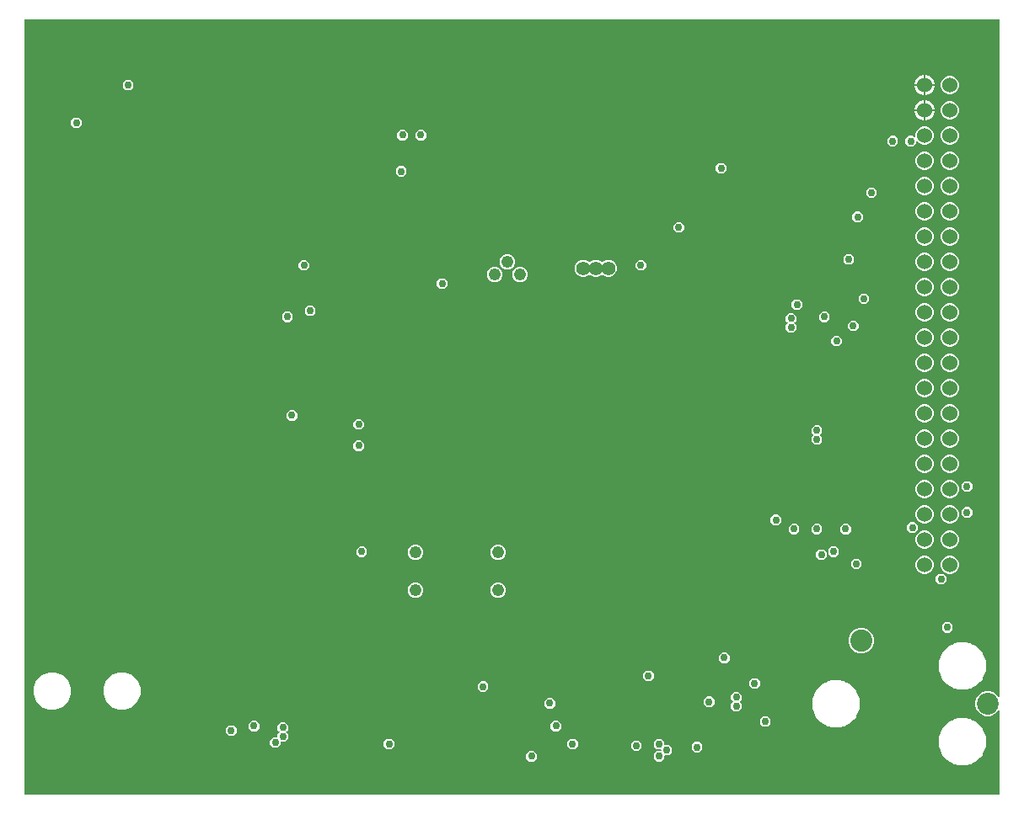
<source format=gbr>
G04 EAGLE Gerber RS-274X export*
G75*
%MOMM*%
%FSLAX34Y34*%
%LPD*%
%INCopper Layer 15*%
%IPPOS*%
%AMOC8*
5,1,8,0,0,1.08239X$1,22.5*%
G01*
G04 Define Apertures*
%ADD10C,1.238000*%
%ADD11C,2.190000*%
%ADD12C,2.220000*%
%ADD13C,1.388000*%
%ADD14C,1.529984*%
%ADD15C,0.756400*%
G36*
X989375Y10220D02*
X989625Y10392D01*
X989789Y10647D01*
X989840Y10922D01*
X989840Y94059D01*
X989780Y94357D01*
X989608Y94607D01*
X989353Y94770D01*
X989054Y94821D01*
X988759Y94751D01*
X988539Y94598D01*
X984966Y91025D01*
X980381Y89126D01*
X975419Y89126D01*
X970834Y91025D01*
X967325Y94534D01*
X965426Y99119D01*
X965426Y104081D01*
X967325Y108666D01*
X970834Y112175D01*
X975419Y114074D01*
X980381Y114074D01*
X984966Y112175D01*
X988539Y108602D01*
X988792Y108434D01*
X989090Y108379D01*
X989386Y108444D01*
X989634Y108619D01*
X989793Y108877D01*
X989840Y109141D01*
X989840Y789078D01*
X989780Y789375D01*
X989608Y789625D01*
X989353Y789789D01*
X989078Y789840D01*
X10922Y789840D01*
X10625Y789780D01*
X10375Y789608D01*
X10211Y789353D01*
X10160Y789078D01*
X10160Y10922D01*
X10220Y10625D01*
X10392Y10375D01*
X10647Y10211D01*
X10922Y10160D01*
X989078Y10160D01*
X989375Y10220D01*
G37*
%LPC*%
G36*
X904210Y724662D02*
X904210Y725927D01*
X905761Y729672D01*
X908628Y732539D01*
X912373Y734090D01*
X913638Y734090D01*
X913638Y724662D01*
X904210Y724662D01*
G37*
G36*
X915162Y724662D02*
X915162Y734090D01*
X916427Y734090D01*
X920172Y732539D01*
X923039Y729672D01*
X924590Y725927D01*
X924590Y724662D01*
X915162Y724662D01*
G37*
G36*
X937975Y714726D02*
X934603Y716123D01*
X932023Y718703D01*
X930626Y722075D01*
X930626Y725725D01*
X932023Y729097D01*
X934603Y731677D01*
X937975Y733074D01*
X941625Y733074D01*
X944997Y731677D01*
X947577Y729097D01*
X948974Y725725D01*
X948974Y722075D01*
X947577Y718703D01*
X944997Y716123D01*
X941625Y714726D01*
X937975Y714726D01*
G37*
G36*
X112102Y718594D02*
X108994Y721702D01*
X108994Y726098D01*
X112102Y729206D01*
X116498Y729206D01*
X119606Y726098D01*
X119606Y721702D01*
X116498Y718594D01*
X112102Y718594D01*
G37*
G36*
X915162Y713710D02*
X915162Y723138D01*
X924590Y723138D01*
X924590Y721873D01*
X923039Y718128D01*
X920172Y715261D01*
X916427Y713710D01*
X915162Y713710D01*
G37*
G36*
X912373Y713710D02*
X908628Y715261D01*
X905761Y718128D01*
X904210Y721873D01*
X904210Y723138D01*
X913638Y723138D01*
X913638Y713710D01*
X912373Y713710D01*
G37*
G36*
X904210Y699262D02*
X904210Y700527D01*
X905761Y704272D01*
X908628Y707139D01*
X912373Y708690D01*
X913638Y708690D01*
X913638Y699262D01*
X904210Y699262D01*
G37*
G36*
X915162Y699262D02*
X915162Y708690D01*
X916427Y708690D01*
X920172Y707139D01*
X923039Y704272D01*
X924590Y700527D01*
X924590Y699262D01*
X915162Y699262D01*
G37*
G36*
X937975Y689326D02*
X934603Y690723D01*
X932023Y693303D01*
X930626Y696675D01*
X930626Y700325D01*
X932023Y703697D01*
X934603Y706277D01*
X937975Y707674D01*
X941625Y707674D01*
X944997Y706277D01*
X947577Y703697D01*
X948974Y700325D01*
X948974Y696675D01*
X947577Y693303D01*
X944997Y690723D01*
X941625Y689326D01*
X937975Y689326D01*
G37*
G36*
X915162Y688310D02*
X915162Y697738D01*
X924590Y697738D01*
X924590Y696473D01*
X923039Y692728D01*
X920172Y689861D01*
X916427Y688310D01*
X915162Y688310D01*
G37*
G36*
X912373Y688310D02*
X908628Y689861D01*
X905761Y692728D01*
X904210Y696473D01*
X904210Y697738D01*
X913638Y697738D01*
X913638Y688310D01*
X912373Y688310D01*
G37*
G36*
X60286Y680494D02*
X57178Y683602D01*
X57178Y687998D01*
X60286Y691106D01*
X64682Y691106D01*
X67790Y687998D01*
X67790Y683602D01*
X64682Y680494D01*
X60286Y680494D01*
G37*
G36*
X937975Y663926D02*
X934603Y665323D01*
X932023Y667903D01*
X930626Y671275D01*
X930626Y674925D01*
X932023Y678297D01*
X934603Y680877D01*
X937975Y682274D01*
X941625Y682274D01*
X944997Y680877D01*
X947577Y678297D01*
X948974Y674925D01*
X948974Y671275D01*
X947577Y667903D01*
X944997Y665323D01*
X941625Y663926D01*
X937975Y663926D01*
G37*
G36*
X898486Y662206D02*
X895378Y665314D01*
X895378Y669710D01*
X898486Y672818D01*
X902882Y672818D01*
X903925Y671775D01*
X904178Y671607D01*
X904476Y671551D01*
X904772Y671617D01*
X905020Y671792D01*
X905179Y672050D01*
X905226Y672313D01*
X905226Y674925D01*
X906623Y678297D01*
X909203Y680877D01*
X912575Y682274D01*
X916225Y682274D01*
X919597Y680877D01*
X922177Y678297D01*
X923574Y674925D01*
X923574Y671275D01*
X922177Y667903D01*
X919597Y665323D01*
X916225Y663926D01*
X912575Y663926D01*
X909203Y665323D01*
X907291Y667235D01*
X907038Y667403D01*
X906740Y667458D01*
X906444Y667393D01*
X906196Y667218D01*
X906037Y666960D01*
X905990Y666696D01*
X905990Y665314D01*
X902882Y662206D01*
X898486Y662206D01*
G37*
G36*
X406234Y668302D02*
X403126Y671410D01*
X403126Y675806D01*
X406234Y678914D01*
X410630Y678914D01*
X413738Y675806D01*
X413738Y671410D01*
X410630Y668302D01*
X406234Y668302D01*
G37*
G36*
X387946Y668302D02*
X384838Y671410D01*
X384838Y675806D01*
X387946Y678914D01*
X392342Y678914D01*
X395450Y675806D01*
X395450Y671410D01*
X392342Y668302D01*
X387946Y668302D01*
G37*
G36*
X880198Y662206D02*
X877090Y665314D01*
X877090Y669710D01*
X880198Y672818D01*
X884594Y672818D01*
X887702Y669710D01*
X887702Y665314D01*
X884594Y662206D01*
X880198Y662206D01*
G37*
G36*
X937975Y638526D02*
X934603Y639923D01*
X932023Y642503D01*
X930626Y645875D01*
X930626Y649525D01*
X932023Y652897D01*
X934603Y655477D01*
X937975Y656874D01*
X941625Y656874D01*
X944997Y655477D01*
X947577Y652897D01*
X948974Y649525D01*
X948974Y645875D01*
X947577Y642503D01*
X944997Y639923D01*
X941625Y638526D01*
X937975Y638526D01*
G37*
G36*
X912575Y638526D02*
X909203Y639923D01*
X906623Y642503D01*
X905226Y645875D01*
X905226Y649525D01*
X906623Y652897D01*
X909203Y655477D01*
X912575Y656874D01*
X916225Y656874D01*
X919597Y655477D01*
X922177Y652897D01*
X923574Y649525D01*
X923574Y645875D01*
X922177Y642503D01*
X919597Y639923D01*
X916225Y638526D01*
X912575Y638526D01*
G37*
G36*
X707986Y634774D02*
X704878Y637882D01*
X704878Y642278D01*
X707986Y645386D01*
X712382Y645386D01*
X715490Y642278D01*
X715490Y637882D01*
X712382Y634774D01*
X707986Y634774D01*
G37*
G36*
X386422Y631726D02*
X383314Y634834D01*
X383314Y639230D01*
X386422Y642338D01*
X390818Y642338D01*
X393926Y639230D01*
X393926Y634834D01*
X390818Y631726D01*
X386422Y631726D01*
G37*
G36*
X912575Y613126D02*
X909203Y614523D01*
X906623Y617103D01*
X905226Y620475D01*
X905226Y624125D01*
X906623Y627497D01*
X909203Y630077D01*
X912575Y631474D01*
X916225Y631474D01*
X919597Y630077D01*
X922177Y627497D01*
X923574Y624125D01*
X923574Y620475D01*
X922177Y617103D01*
X919597Y614523D01*
X916225Y613126D01*
X912575Y613126D01*
G37*
G36*
X937975Y613126D02*
X934603Y614523D01*
X932023Y617103D01*
X930626Y620475D01*
X930626Y624125D01*
X932023Y627497D01*
X934603Y630077D01*
X937975Y631474D01*
X941625Y631474D01*
X944997Y630077D01*
X947577Y627497D01*
X948974Y624125D01*
X948974Y620475D01*
X947577Y617103D01*
X944997Y614523D01*
X941625Y613126D01*
X937975Y613126D01*
G37*
G36*
X858862Y610390D02*
X855754Y613498D01*
X855754Y617894D01*
X858862Y621002D01*
X863258Y621002D01*
X866366Y617894D01*
X866366Y613498D01*
X863258Y610390D01*
X858862Y610390D01*
G37*
G36*
X912575Y587726D02*
X909203Y589123D01*
X906623Y591703D01*
X905226Y595075D01*
X905226Y598725D01*
X906623Y602097D01*
X909203Y604677D01*
X912575Y606074D01*
X916225Y606074D01*
X919597Y604677D01*
X922177Y602097D01*
X923574Y598725D01*
X923574Y595075D01*
X922177Y591703D01*
X919597Y589123D01*
X916225Y587726D01*
X912575Y587726D01*
G37*
G36*
X937975Y587726D02*
X934603Y589123D01*
X932023Y591703D01*
X930626Y595075D01*
X930626Y598725D01*
X932023Y602097D01*
X934603Y604677D01*
X937975Y606074D01*
X941625Y606074D01*
X944997Y604677D01*
X947577Y602097D01*
X948974Y598725D01*
X948974Y595075D01*
X947577Y591703D01*
X944997Y589123D01*
X941625Y587726D01*
X937975Y587726D01*
G37*
G36*
X845146Y586006D02*
X842038Y589114D01*
X842038Y593510D01*
X845146Y596618D01*
X849542Y596618D01*
X852650Y593510D01*
X852650Y589114D01*
X849542Y586006D01*
X845146Y586006D01*
G37*
G36*
X665314Y575338D02*
X662206Y578446D01*
X662206Y582842D01*
X665314Y585950D01*
X669710Y585950D01*
X672818Y582842D01*
X672818Y578446D01*
X669710Y575338D01*
X665314Y575338D01*
G37*
G36*
X937975Y562326D02*
X934603Y563723D01*
X932023Y566303D01*
X930626Y569675D01*
X930626Y573325D01*
X932023Y576697D01*
X934603Y579277D01*
X937975Y580674D01*
X941625Y580674D01*
X944997Y579277D01*
X947577Y576697D01*
X948974Y573325D01*
X948974Y569675D01*
X947577Y566303D01*
X944997Y563723D01*
X941625Y562326D01*
X937975Y562326D01*
G37*
G36*
X912575Y562326D02*
X909203Y563723D01*
X906623Y566303D01*
X905226Y569675D01*
X905226Y573325D01*
X906623Y576697D01*
X909203Y579277D01*
X912575Y580674D01*
X916225Y580674D01*
X919597Y579277D01*
X922177Y576697D01*
X923574Y573325D01*
X923574Y569675D01*
X922177Y566303D01*
X919597Y563723D01*
X916225Y562326D01*
X912575Y562326D01*
G37*
G36*
X937975Y536926D02*
X934603Y538323D01*
X932023Y540903D01*
X930626Y544275D01*
X930626Y547925D01*
X932023Y551297D01*
X934603Y553877D01*
X937975Y555274D01*
X941625Y555274D01*
X944997Y553877D01*
X947577Y551297D01*
X948974Y547925D01*
X948974Y544275D01*
X947577Y540903D01*
X944997Y538323D01*
X941625Y536926D01*
X937975Y536926D01*
G37*
G36*
X912575Y536926D02*
X909203Y538323D01*
X906623Y540903D01*
X905226Y544275D01*
X905226Y547925D01*
X906623Y551297D01*
X909203Y553877D01*
X912575Y555274D01*
X916225Y555274D01*
X919597Y553877D01*
X922177Y551297D01*
X923574Y547925D01*
X923574Y544275D01*
X922177Y540903D01*
X919597Y538323D01*
X916225Y536926D01*
X912575Y536926D01*
G37*
G36*
X836002Y543334D02*
X832894Y546442D01*
X832894Y550838D01*
X836002Y553946D01*
X840398Y553946D01*
X843506Y550838D01*
X843506Y546442D01*
X840398Y543334D01*
X836002Y543334D01*
G37*
G36*
X493766Y538386D02*
X490930Y539560D01*
X488760Y541730D01*
X487586Y544566D01*
X487586Y547634D01*
X488760Y550470D01*
X490930Y552640D01*
X493766Y553814D01*
X496834Y553814D01*
X499670Y552640D01*
X501840Y550470D01*
X503014Y547634D01*
X503014Y544566D01*
X501840Y541730D01*
X499670Y539560D01*
X496834Y538386D01*
X493766Y538386D01*
G37*
G36*
X569816Y531236D02*
X566706Y532525D01*
X564325Y534906D01*
X563036Y538016D01*
X563036Y541384D01*
X564325Y544494D01*
X566706Y546875D01*
X569816Y548164D01*
X573184Y548164D01*
X576294Y546875D01*
X577311Y545859D01*
X577564Y545691D01*
X577862Y545636D01*
X578158Y545701D01*
X578389Y545859D01*
X579406Y546875D01*
X582516Y548164D01*
X585884Y548164D01*
X588994Y546875D01*
X590011Y545859D01*
X590264Y545691D01*
X590562Y545636D01*
X590858Y545701D01*
X591089Y545859D01*
X592106Y546875D01*
X595216Y548164D01*
X598584Y548164D01*
X601694Y546875D01*
X604075Y544494D01*
X605364Y541384D01*
X605364Y538016D01*
X604075Y534906D01*
X601694Y532525D01*
X598584Y531236D01*
X595216Y531236D01*
X592106Y532525D01*
X591089Y533541D01*
X590836Y533709D01*
X590538Y533764D01*
X590242Y533699D01*
X590011Y533541D01*
X588994Y532525D01*
X585884Y531236D01*
X582516Y531236D01*
X579406Y532525D01*
X578389Y533541D01*
X578136Y533709D01*
X577838Y533764D01*
X577542Y533699D01*
X577311Y533541D01*
X576294Y532525D01*
X573184Y531236D01*
X569816Y531236D01*
G37*
G36*
X627214Y537238D02*
X624106Y540346D01*
X624106Y544742D01*
X627214Y547850D01*
X631610Y547850D01*
X634718Y544742D01*
X634718Y540346D01*
X631610Y537238D01*
X627214Y537238D01*
G37*
G36*
X288886Y537238D02*
X285778Y540346D01*
X285778Y544742D01*
X288886Y547850D01*
X293282Y547850D01*
X296390Y544742D01*
X296390Y540346D01*
X293282Y537238D01*
X288886Y537238D01*
G37*
G36*
X506466Y525686D02*
X503630Y526860D01*
X501460Y529030D01*
X500286Y531866D01*
X500286Y534934D01*
X501460Y537770D01*
X503630Y539940D01*
X506466Y541114D01*
X509534Y541114D01*
X512370Y539940D01*
X514540Y537770D01*
X515714Y534934D01*
X515714Y531866D01*
X514540Y529030D01*
X512370Y526860D01*
X509534Y525686D01*
X506466Y525686D01*
G37*
G36*
X481066Y525686D02*
X478230Y526860D01*
X476060Y529030D01*
X474886Y531866D01*
X474886Y534934D01*
X476060Y537770D01*
X478230Y539940D01*
X481066Y541114D01*
X484134Y541114D01*
X486970Y539940D01*
X489140Y537770D01*
X490314Y534934D01*
X490314Y531866D01*
X489140Y529030D01*
X486970Y526860D01*
X484134Y525686D01*
X481066Y525686D01*
G37*
G36*
X937975Y511526D02*
X934603Y512923D01*
X932023Y515503D01*
X930626Y518875D01*
X930626Y522525D01*
X932023Y525897D01*
X934603Y528477D01*
X937975Y529874D01*
X941625Y529874D01*
X944997Y528477D01*
X947577Y525897D01*
X948974Y522525D01*
X948974Y518875D01*
X947577Y515503D01*
X944997Y512923D01*
X941625Y511526D01*
X937975Y511526D01*
G37*
G36*
X912575Y511526D02*
X909203Y512923D01*
X906623Y515503D01*
X905226Y518875D01*
X905226Y522525D01*
X906623Y525897D01*
X909203Y528477D01*
X912575Y529874D01*
X916225Y529874D01*
X919597Y528477D01*
X922177Y525897D01*
X923574Y522525D01*
X923574Y518875D01*
X922177Y515503D01*
X919597Y512923D01*
X916225Y511526D01*
X912575Y511526D01*
G37*
G36*
X427570Y518950D02*
X424462Y522058D01*
X424462Y526454D01*
X427570Y529562D01*
X431966Y529562D01*
X435074Y526454D01*
X435074Y522058D01*
X431966Y518950D01*
X427570Y518950D01*
G37*
G36*
X851242Y503710D02*
X848134Y506818D01*
X848134Y511214D01*
X851242Y514322D01*
X855638Y514322D01*
X858746Y511214D01*
X858746Y506818D01*
X855638Y503710D01*
X851242Y503710D01*
G37*
G36*
X784186Y497614D02*
X781078Y500722D01*
X781078Y505118D01*
X784186Y508226D01*
X788582Y508226D01*
X791690Y505118D01*
X791690Y500722D01*
X788582Y497614D01*
X784186Y497614D01*
G37*
G36*
X912575Y486126D02*
X909203Y487523D01*
X906623Y490103D01*
X905226Y493475D01*
X905226Y497125D01*
X906623Y500497D01*
X909203Y503077D01*
X912575Y504474D01*
X916225Y504474D01*
X919597Y503077D01*
X922177Y500497D01*
X923574Y497125D01*
X923574Y493475D01*
X922177Y490103D01*
X919597Y487523D01*
X916225Y486126D01*
X912575Y486126D01*
G37*
G36*
X937975Y486126D02*
X934603Y487523D01*
X932023Y490103D01*
X930626Y493475D01*
X930626Y497125D01*
X932023Y500497D01*
X934603Y503077D01*
X937975Y504474D01*
X941625Y504474D01*
X944997Y503077D01*
X947577Y500497D01*
X948974Y497125D01*
X948974Y493475D01*
X947577Y490103D01*
X944997Y487523D01*
X941625Y486126D01*
X937975Y486126D01*
G37*
G36*
X294982Y491518D02*
X291874Y494626D01*
X291874Y499022D01*
X294982Y502130D01*
X299378Y502130D01*
X302486Y499022D01*
X302486Y494626D01*
X299378Y491518D01*
X294982Y491518D01*
G37*
G36*
X811618Y485422D02*
X808510Y488530D01*
X808510Y492926D01*
X811618Y496034D01*
X816014Y496034D01*
X819122Y492926D01*
X819122Y488530D01*
X816014Y485422D01*
X811618Y485422D01*
G37*
G36*
X272122Y485422D02*
X269014Y488530D01*
X269014Y492926D01*
X272122Y496034D01*
X276518Y496034D01*
X279626Y492926D01*
X279626Y488530D01*
X276518Y485422D01*
X272122Y485422D01*
G37*
G36*
X778090Y474754D02*
X774982Y477862D01*
X774982Y482258D01*
X776817Y484093D01*
X776985Y484346D01*
X777040Y484644D01*
X776975Y484940D01*
X776817Y485171D01*
X774982Y487006D01*
X774982Y491402D01*
X778090Y494510D01*
X782486Y494510D01*
X785594Y491402D01*
X785594Y487006D01*
X783759Y485171D01*
X783591Y484918D01*
X783536Y484620D01*
X783601Y484324D01*
X783759Y484093D01*
X785594Y482258D01*
X785594Y477862D01*
X782486Y474754D01*
X778090Y474754D01*
G37*
G36*
X840574Y476278D02*
X837466Y479386D01*
X837466Y483782D01*
X840574Y486890D01*
X844970Y486890D01*
X848078Y483782D01*
X848078Y479386D01*
X844970Y476278D01*
X840574Y476278D01*
G37*
G36*
X912575Y460726D02*
X909203Y462123D01*
X906623Y464703D01*
X905226Y468075D01*
X905226Y471725D01*
X906623Y475097D01*
X909203Y477677D01*
X912575Y479074D01*
X916225Y479074D01*
X919597Y477677D01*
X922177Y475097D01*
X923574Y471725D01*
X923574Y468075D01*
X922177Y464703D01*
X919597Y462123D01*
X916225Y460726D01*
X912575Y460726D01*
G37*
G36*
X937975Y460726D02*
X934603Y462123D01*
X932023Y464703D01*
X930626Y468075D01*
X930626Y471725D01*
X932023Y475097D01*
X934603Y477677D01*
X937975Y479074D01*
X941625Y479074D01*
X944997Y477677D01*
X947577Y475097D01*
X948974Y471725D01*
X948974Y468075D01*
X947577Y464703D01*
X944997Y462123D01*
X941625Y460726D01*
X937975Y460726D01*
G37*
G36*
X823810Y461038D02*
X820702Y464146D01*
X820702Y468542D01*
X823810Y471650D01*
X828206Y471650D01*
X831314Y468542D01*
X831314Y464146D01*
X828206Y461038D01*
X823810Y461038D01*
G37*
G36*
X937975Y435326D02*
X934603Y436723D01*
X932023Y439303D01*
X930626Y442675D01*
X930626Y446325D01*
X932023Y449697D01*
X934603Y452277D01*
X937975Y453674D01*
X941625Y453674D01*
X944997Y452277D01*
X947577Y449697D01*
X948974Y446325D01*
X948974Y442675D01*
X947577Y439303D01*
X944997Y436723D01*
X941625Y435326D01*
X937975Y435326D01*
G37*
G36*
X912575Y435326D02*
X909203Y436723D01*
X906623Y439303D01*
X905226Y442675D01*
X905226Y446325D01*
X906623Y449697D01*
X909203Y452277D01*
X912575Y453674D01*
X916225Y453674D01*
X919597Y452277D01*
X922177Y449697D01*
X923574Y446325D01*
X923574Y442675D01*
X922177Y439303D01*
X919597Y436723D01*
X916225Y435326D01*
X912575Y435326D01*
G37*
G36*
X937975Y409926D02*
X934603Y411323D01*
X932023Y413903D01*
X930626Y417275D01*
X930626Y420925D01*
X932023Y424297D01*
X934603Y426877D01*
X937975Y428274D01*
X941625Y428274D01*
X944997Y426877D01*
X947577Y424297D01*
X948974Y420925D01*
X948974Y417275D01*
X947577Y413903D01*
X944997Y411323D01*
X941625Y409926D01*
X937975Y409926D01*
G37*
G36*
X912575Y409926D02*
X909203Y411323D01*
X906623Y413903D01*
X905226Y417275D01*
X905226Y420925D01*
X906623Y424297D01*
X909203Y426877D01*
X912575Y428274D01*
X916225Y428274D01*
X919597Y426877D01*
X922177Y424297D01*
X923574Y420925D01*
X923574Y417275D01*
X922177Y413903D01*
X919597Y411323D01*
X916225Y409926D01*
X912575Y409926D01*
G37*
G36*
X937975Y384526D02*
X934603Y385923D01*
X932023Y388503D01*
X930626Y391875D01*
X930626Y395525D01*
X932023Y398897D01*
X934603Y401477D01*
X937975Y402874D01*
X941625Y402874D01*
X944997Y401477D01*
X947577Y398897D01*
X948974Y395525D01*
X948974Y391875D01*
X947577Y388503D01*
X944997Y385923D01*
X941625Y384526D01*
X937975Y384526D01*
G37*
G36*
X912575Y384526D02*
X909203Y385923D01*
X906623Y388503D01*
X905226Y391875D01*
X905226Y395525D01*
X906623Y398897D01*
X909203Y401477D01*
X912575Y402874D01*
X916225Y402874D01*
X919597Y401477D01*
X922177Y398897D01*
X923574Y395525D01*
X923574Y391875D01*
X922177Y388503D01*
X919597Y385923D01*
X916225Y384526D01*
X912575Y384526D01*
G37*
G36*
X276694Y386362D02*
X273586Y389470D01*
X273586Y393866D01*
X276694Y396974D01*
X281090Y396974D01*
X284198Y393866D01*
X284198Y389470D01*
X281090Y386362D01*
X276694Y386362D01*
G37*
G36*
X343750Y377218D02*
X340642Y380326D01*
X340642Y384722D01*
X343750Y387830D01*
X348146Y387830D01*
X351254Y384722D01*
X351254Y380326D01*
X348146Y377218D01*
X343750Y377218D01*
G37*
G36*
X803998Y361978D02*
X800890Y365086D01*
X800890Y369482D01*
X802725Y371317D01*
X802893Y371570D01*
X802948Y371868D01*
X802883Y372164D01*
X802725Y372395D01*
X800890Y374230D01*
X800890Y378626D01*
X803998Y381734D01*
X808394Y381734D01*
X811502Y378626D01*
X811502Y374230D01*
X809667Y372395D01*
X809499Y372142D01*
X809444Y371844D01*
X809509Y371548D01*
X809667Y371317D01*
X811502Y369482D01*
X811502Y365086D01*
X808394Y361978D01*
X803998Y361978D01*
G37*
G36*
X937975Y359126D02*
X934603Y360523D01*
X932023Y363103D01*
X930626Y366475D01*
X930626Y370125D01*
X932023Y373497D01*
X934603Y376077D01*
X937975Y377474D01*
X941625Y377474D01*
X944997Y376077D01*
X947577Y373497D01*
X948974Y370125D01*
X948974Y366475D01*
X947577Y363103D01*
X944997Y360523D01*
X941625Y359126D01*
X937975Y359126D01*
G37*
G36*
X912575Y359126D02*
X909203Y360523D01*
X906623Y363103D01*
X905226Y366475D01*
X905226Y370125D01*
X906623Y373497D01*
X909203Y376077D01*
X912575Y377474D01*
X916225Y377474D01*
X919597Y376077D01*
X922177Y373497D01*
X923574Y370125D01*
X923574Y366475D01*
X922177Y363103D01*
X919597Y360523D01*
X916225Y359126D01*
X912575Y359126D01*
G37*
G36*
X343750Y355882D02*
X340642Y358990D01*
X340642Y363386D01*
X343750Y366494D01*
X348146Y366494D01*
X351254Y363386D01*
X351254Y358990D01*
X348146Y355882D01*
X343750Y355882D01*
G37*
G36*
X937975Y333726D02*
X934603Y335123D01*
X932023Y337703D01*
X930626Y341075D01*
X930626Y344725D01*
X932023Y348097D01*
X934603Y350677D01*
X937975Y352074D01*
X941625Y352074D01*
X944997Y350677D01*
X947577Y348097D01*
X948974Y344725D01*
X948974Y341075D01*
X947577Y337703D01*
X944997Y335123D01*
X941625Y333726D01*
X937975Y333726D01*
G37*
G36*
X912575Y333726D02*
X909203Y335123D01*
X906623Y337703D01*
X905226Y341075D01*
X905226Y344725D01*
X906623Y348097D01*
X909203Y350677D01*
X912575Y352074D01*
X916225Y352074D01*
X919597Y350677D01*
X922177Y348097D01*
X923574Y344725D01*
X923574Y341075D01*
X922177Y337703D01*
X919597Y335123D01*
X916225Y333726D01*
X912575Y333726D01*
G37*
G36*
X937975Y308326D02*
X934603Y309723D01*
X932023Y312303D01*
X930626Y315675D01*
X930626Y319325D01*
X932023Y322697D01*
X934603Y325277D01*
X937975Y326674D01*
X941625Y326674D01*
X944997Y325277D01*
X947577Y322697D01*
X948974Y319325D01*
X948974Y315675D01*
X947577Y312303D01*
X944997Y309723D01*
X941625Y308326D01*
X937975Y308326D01*
G37*
G36*
X912575Y308326D02*
X909203Y309723D01*
X906623Y312303D01*
X905226Y315675D01*
X905226Y319325D01*
X906623Y322697D01*
X909203Y325277D01*
X912575Y326674D01*
X916225Y326674D01*
X919597Y325277D01*
X922177Y322697D01*
X923574Y319325D01*
X923574Y315675D01*
X922177Y312303D01*
X919597Y309723D01*
X916225Y308326D01*
X912575Y308326D01*
G37*
G36*
X954874Y314734D02*
X951766Y317842D01*
X951766Y322238D01*
X954874Y325346D01*
X959270Y325346D01*
X962378Y322238D01*
X962378Y317842D01*
X959270Y314734D01*
X954874Y314734D01*
G37*
G36*
X937975Y282926D02*
X934603Y284323D01*
X932023Y286903D01*
X930626Y290275D01*
X930626Y293925D01*
X932023Y297297D01*
X934603Y299877D01*
X937975Y301274D01*
X941625Y301274D01*
X944997Y299877D01*
X947577Y297297D01*
X948974Y293925D01*
X948974Y290275D01*
X947577Y286903D01*
X944997Y284323D01*
X941625Y282926D01*
X937975Y282926D01*
G37*
G36*
X912575Y282926D02*
X909203Y284323D01*
X906623Y286903D01*
X905226Y290275D01*
X905226Y293925D01*
X906623Y297297D01*
X909203Y299877D01*
X912575Y301274D01*
X916225Y301274D01*
X919597Y299877D01*
X922177Y297297D01*
X923574Y293925D01*
X923574Y290275D01*
X922177Y286903D01*
X919597Y284323D01*
X916225Y282926D01*
X912575Y282926D01*
G37*
G36*
X954874Y288826D02*
X951766Y291934D01*
X951766Y296330D01*
X954874Y299438D01*
X959270Y299438D01*
X962378Y296330D01*
X962378Y291934D01*
X959270Y288826D01*
X954874Y288826D01*
G37*
G36*
X762850Y281206D02*
X759742Y284314D01*
X759742Y288710D01*
X762850Y291818D01*
X767246Y291818D01*
X770354Y288710D01*
X770354Y284314D01*
X767246Y281206D01*
X762850Y281206D01*
G37*
G36*
X900010Y273586D02*
X896902Y276694D01*
X896902Y281090D01*
X900010Y284198D01*
X904406Y284198D01*
X907514Y281090D01*
X907514Y276694D01*
X904406Y273586D01*
X900010Y273586D01*
G37*
G36*
X781138Y272062D02*
X778030Y275170D01*
X778030Y279566D01*
X781138Y282674D01*
X785534Y282674D01*
X788642Y279566D01*
X788642Y275170D01*
X785534Y272062D01*
X781138Y272062D01*
G37*
G36*
X803998Y272062D02*
X800890Y275170D01*
X800890Y279566D01*
X803998Y282674D01*
X808394Y282674D01*
X811502Y279566D01*
X811502Y275170D01*
X808394Y272062D01*
X803998Y272062D01*
G37*
G36*
X832954Y272062D02*
X829846Y275170D01*
X829846Y279566D01*
X832954Y282674D01*
X837350Y282674D01*
X840458Y279566D01*
X840458Y275170D01*
X837350Y272062D01*
X832954Y272062D01*
G37*
G36*
X937975Y257526D02*
X934603Y258923D01*
X932023Y261503D01*
X930626Y264875D01*
X930626Y268525D01*
X932023Y271897D01*
X934603Y274477D01*
X937975Y275874D01*
X941625Y275874D01*
X944997Y274477D01*
X947577Y271897D01*
X948974Y268525D01*
X948974Y264875D01*
X947577Y261503D01*
X944997Y258923D01*
X941625Y257526D01*
X937975Y257526D01*
G37*
G36*
X912575Y257526D02*
X909203Y258923D01*
X906623Y261503D01*
X905226Y264875D01*
X905226Y268525D01*
X906623Y271897D01*
X909203Y274477D01*
X912575Y275874D01*
X916225Y275874D01*
X919597Y274477D01*
X922177Y271897D01*
X923574Y268525D01*
X923574Y264875D01*
X922177Y261503D01*
X919597Y258923D01*
X916225Y257526D01*
X912575Y257526D01*
G37*
G36*
X484426Y246286D02*
X481590Y247460D01*
X479420Y249630D01*
X478246Y252466D01*
X478246Y255534D01*
X479420Y258370D01*
X481590Y260540D01*
X484426Y261714D01*
X487494Y261714D01*
X490330Y260540D01*
X492500Y258370D01*
X493674Y255534D01*
X493674Y252466D01*
X492500Y249630D01*
X490330Y247460D01*
X487494Y246286D01*
X484426Y246286D01*
G37*
G36*
X401506Y246286D02*
X398670Y247460D01*
X396500Y249630D01*
X395326Y252466D01*
X395326Y255534D01*
X396500Y258370D01*
X398670Y260540D01*
X401506Y261714D01*
X404574Y261714D01*
X407410Y260540D01*
X409580Y258370D01*
X410754Y255534D01*
X410754Y252466D01*
X409580Y249630D01*
X407410Y247460D01*
X404574Y246286D01*
X401506Y246286D01*
G37*
G36*
X820762Y249202D02*
X817654Y252310D01*
X817654Y256706D01*
X820762Y259814D01*
X825158Y259814D01*
X828266Y256706D01*
X828266Y252310D01*
X825158Y249202D01*
X820762Y249202D01*
G37*
G36*
X346798Y249202D02*
X343690Y252310D01*
X343690Y256706D01*
X346798Y259814D01*
X351194Y259814D01*
X354302Y256706D01*
X354302Y252310D01*
X351194Y249202D01*
X346798Y249202D01*
G37*
G36*
X808570Y246154D02*
X805462Y249262D01*
X805462Y253658D01*
X808570Y256766D01*
X812966Y256766D01*
X816074Y253658D01*
X816074Y249262D01*
X812966Y246154D01*
X808570Y246154D01*
G37*
G36*
X937975Y232126D02*
X934603Y233523D01*
X932023Y236103D01*
X930626Y239475D01*
X930626Y243125D01*
X932023Y246497D01*
X934603Y249077D01*
X937975Y250474D01*
X941625Y250474D01*
X944997Y249077D01*
X947577Y246497D01*
X948974Y243125D01*
X948974Y239475D01*
X947577Y236103D01*
X944997Y233523D01*
X941625Y232126D01*
X937975Y232126D01*
G37*
G36*
X912575Y232126D02*
X909203Y233523D01*
X906623Y236103D01*
X905226Y239475D01*
X905226Y243125D01*
X906623Y246497D01*
X909203Y249077D01*
X912575Y250474D01*
X916225Y250474D01*
X919597Y249077D01*
X922177Y246497D01*
X923574Y243125D01*
X923574Y239475D01*
X922177Y236103D01*
X919597Y233523D01*
X916225Y232126D01*
X912575Y232126D01*
G37*
G36*
X843622Y237010D02*
X840514Y240118D01*
X840514Y244514D01*
X843622Y247622D01*
X848018Y247622D01*
X851126Y244514D01*
X851126Y240118D01*
X848018Y237010D01*
X843622Y237010D01*
G37*
G36*
X928966Y221770D02*
X925858Y224878D01*
X925858Y229274D01*
X928966Y232382D01*
X933362Y232382D01*
X936470Y229274D01*
X936470Y224878D01*
X933362Y221770D01*
X928966Y221770D01*
G37*
G36*
X484426Y208186D02*
X481590Y209360D01*
X479420Y211530D01*
X478246Y214366D01*
X478246Y217434D01*
X479420Y220270D01*
X481590Y222440D01*
X484426Y223614D01*
X487494Y223614D01*
X490330Y222440D01*
X492500Y220270D01*
X493674Y217434D01*
X493674Y214366D01*
X492500Y211530D01*
X490330Y209360D01*
X487494Y208186D01*
X484426Y208186D01*
G37*
G36*
X401506Y208186D02*
X398670Y209360D01*
X396500Y211530D01*
X395326Y214366D01*
X395326Y217434D01*
X396500Y220270D01*
X398670Y222440D01*
X401506Y223614D01*
X404574Y223614D01*
X407410Y222440D01*
X409580Y220270D01*
X410754Y217434D01*
X410754Y214366D01*
X409580Y211530D01*
X407410Y209360D01*
X404574Y208186D01*
X401506Y208186D01*
G37*
G36*
X935062Y173002D02*
X931954Y176110D01*
X931954Y180506D01*
X935062Y183614D01*
X939458Y183614D01*
X942566Y180506D01*
X942566Y176110D01*
X939458Y173002D01*
X935062Y173002D01*
G37*
G36*
X848389Y152476D02*
X843749Y154398D01*
X840198Y157949D01*
X838276Y162589D01*
X838276Y167611D01*
X840198Y172251D01*
X843749Y175802D01*
X848389Y177724D01*
X853411Y177724D01*
X858051Y175802D01*
X861602Y172251D01*
X863524Y167611D01*
X863524Y162589D01*
X861602Y157949D01*
X858051Y154398D01*
X853411Y152476D01*
X848389Y152476D01*
G37*
G36*
X950500Y116078D02*
X950368Y116090D01*
X947804Y116090D01*
X945931Y116866D01*
X945772Y116912D01*
X944300Y117172D01*
X942078Y118454D01*
X941989Y118499D01*
X939126Y119684D01*
X938074Y120736D01*
X937916Y120857D01*
X937090Y121335D01*
X935098Y123709D01*
X935053Y123758D01*
X932484Y126326D01*
X932123Y127199D01*
X932002Y127397D01*
X931738Y127713D01*
X930496Y131125D01*
X930484Y131156D01*
X928890Y135004D01*
X928890Y144396D01*
X930484Y148244D01*
X930496Y148275D01*
X931738Y151687D01*
X932002Y152003D01*
X932123Y152201D01*
X932484Y153074D01*
X935053Y155642D01*
X935098Y155691D01*
X937090Y158065D01*
X937916Y158543D01*
X938074Y158664D01*
X939126Y159716D01*
X941989Y160901D01*
X942078Y160946D01*
X944300Y162228D01*
X945772Y162488D01*
X945931Y162534D01*
X947804Y163310D01*
X950368Y163310D01*
X950500Y163322D01*
X952500Y163674D01*
X954500Y163322D01*
X954632Y163310D01*
X957196Y163310D01*
X959069Y162534D01*
X959228Y162488D01*
X960700Y162228D01*
X962922Y160946D01*
X963011Y160901D01*
X965874Y159716D01*
X966926Y158664D01*
X967084Y158543D01*
X967910Y158065D01*
X969902Y155691D01*
X969947Y155642D01*
X972516Y153074D01*
X972877Y152201D01*
X972998Y152003D01*
X973262Y151687D01*
X974504Y148275D01*
X974516Y148244D01*
X976110Y144396D01*
X976110Y135004D01*
X974516Y131156D01*
X974504Y131125D01*
X973262Y127713D01*
X972998Y127397D01*
X972877Y127199D01*
X972516Y126326D01*
X969947Y123758D01*
X969902Y123709D01*
X967910Y121335D01*
X967084Y120857D01*
X966926Y120736D01*
X965874Y119684D01*
X963011Y118499D01*
X962922Y118454D01*
X960700Y117172D01*
X959228Y116912D01*
X959069Y116866D01*
X957196Y116090D01*
X954632Y116090D01*
X954500Y116078D01*
X952500Y115726D01*
X950500Y116078D01*
G37*
G36*
X711034Y142522D02*
X707926Y145630D01*
X707926Y150026D01*
X711034Y153134D01*
X715430Y153134D01*
X718538Y150026D01*
X718538Y145630D01*
X715430Y142522D01*
X711034Y142522D01*
G37*
G36*
X634834Y124234D02*
X631726Y127342D01*
X631726Y131738D01*
X634834Y134846D01*
X639230Y134846D01*
X642338Y131738D01*
X642338Y127342D01*
X639230Y124234D01*
X634834Y124234D01*
G37*
G36*
X104388Y95640D02*
X97530Y98481D01*
X92281Y103730D01*
X89440Y110588D01*
X89440Y118012D01*
X92281Y124870D01*
X97530Y130119D01*
X104388Y132960D01*
X111812Y132960D01*
X118670Y130119D01*
X123919Y124870D01*
X126760Y118012D01*
X126760Y110588D01*
X123919Y103730D01*
X118670Y98481D01*
X111812Y95640D01*
X104388Y95640D01*
G37*
G36*
X34388Y95640D02*
X27530Y98481D01*
X22281Y103730D01*
X19440Y110588D01*
X19440Y118012D01*
X22281Y124870D01*
X27530Y130119D01*
X34388Y132960D01*
X41812Y132960D01*
X48670Y130119D01*
X53919Y124870D01*
X56760Y118012D01*
X56760Y110588D01*
X53919Y103730D01*
X48670Y98481D01*
X41812Y95640D01*
X34388Y95640D01*
G37*
G36*
X741514Y116614D02*
X738406Y119722D01*
X738406Y124118D01*
X741514Y127226D01*
X745910Y127226D01*
X749018Y124118D01*
X749018Y119722D01*
X745910Y116614D01*
X741514Y116614D01*
G37*
G36*
X823500Y77978D02*
X823368Y77990D01*
X820804Y77990D01*
X818931Y78766D01*
X818772Y78812D01*
X817300Y79072D01*
X815078Y80354D01*
X814989Y80399D01*
X812126Y81584D01*
X811074Y82636D01*
X810916Y82757D01*
X810090Y83235D01*
X808098Y85609D01*
X808053Y85658D01*
X805484Y88226D01*
X805123Y89099D01*
X805002Y89297D01*
X804738Y89613D01*
X803496Y93025D01*
X803484Y93056D01*
X801890Y96904D01*
X801890Y106296D01*
X803484Y110144D01*
X803496Y110175D01*
X804738Y113587D01*
X805002Y113903D01*
X805123Y114101D01*
X805484Y114974D01*
X808053Y117542D01*
X808098Y117591D01*
X810090Y119965D01*
X810916Y120443D01*
X811074Y120564D01*
X812126Y121616D01*
X814989Y122801D01*
X815078Y122846D01*
X817300Y124128D01*
X818772Y124388D01*
X818931Y124434D01*
X820804Y125210D01*
X823368Y125210D01*
X823500Y125222D01*
X825500Y125574D01*
X827500Y125222D01*
X827632Y125210D01*
X830196Y125210D01*
X832069Y124434D01*
X832228Y124388D01*
X833700Y124128D01*
X835922Y122846D01*
X836011Y122801D01*
X838874Y121616D01*
X839926Y120564D01*
X840084Y120443D01*
X840910Y119965D01*
X842902Y117591D01*
X842947Y117542D01*
X845516Y114974D01*
X845877Y114101D01*
X845998Y113903D01*
X846262Y113587D01*
X847504Y110175D01*
X847516Y110144D01*
X849110Y106296D01*
X849110Y96904D01*
X847516Y93056D01*
X847504Y93025D01*
X846262Y89613D01*
X845998Y89297D01*
X845877Y89099D01*
X845516Y88226D01*
X842947Y85658D01*
X842902Y85609D01*
X840910Y83235D01*
X840084Y82757D01*
X839926Y82636D01*
X838874Y81584D01*
X836011Y80399D01*
X835922Y80354D01*
X833700Y79072D01*
X832228Y78812D01*
X832069Y78766D01*
X830196Y77990D01*
X827632Y77990D01*
X827500Y77978D01*
X825500Y77626D01*
X823500Y77978D01*
G37*
G36*
X468718Y113566D02*
X465610Y116674D01*
X465610Y121070D01*
X468718Y124178D01*
X473114Y124178D01*
X476222Y121070D01*
X476222Y116674D01*
X473114Y113566D01*
X468718Y113566D01*
G37*
G36*
X723226Y93754D02*
X720118Y96862D01*
X720118Y101258D01*
X721953Y103093D01*
X722121Y103346D01*
X722176Y103644D01*
X722111Y103940D01*
X721953Y104171D01*
X720118Y106006D01*
X720118Y110402D01*
X723226Y113510D01*
X727622Y113510D01*
X730730Y110402D01*
X730730Y106006D01*
X728895Y104171D01*
X728727Y103918D01*
X728672Y103620D01*
X728737Y103324D01*
X728895Y103093D01*
X730730Y101258D01*
X730730Y96862D01*
X727622Y93754D01*
X723226Y93754D01*
G37*
G36*
X695794Y98326D02*
X692686Y101434D01*
X692686Y105830D01*
X695794Y108938D01*
X700190Y108938D01*
X703298Y105830D01*
X703298Y101434D01*
X700190Y98326D01*
X695794Y98326D01*
G37*
G36*
X535774Y96802D02*
X532666Y99910D01*
X532666Y104306D01*
X535774Y107414D01*
X540170Y107414D01*
X543278Y104306D01*
X543278Y99910D01*
X540170Y96802D01*
X535774Y96802D01*
G37*
G36*
X752182Y78514D02*
X749074Y81622D01*
X749074Y86018D01*
X752182Y89126D01*
X756578Y89126D01*
X759686Y86018D01*
X759686Y81622D01*
X756578Y78514D01*
X752182Y78514D01*
G37*
G36*
X950500Y39878D02*
X950368Y39890D01*
X947804Y39890D01*
X945931Y40666D01*
X945772Y40712D01*
X944300Y40972D01*
X942078Y42254D01*
X941989Y42299D01*
X939126Y43484D01*
X938074Y44536D01*
X937916Y44657D01*
X937090Y45135D01*
X935098Y47509D01*
X935053Y47558D01*
X932484Y50126D01*
X932123Y50999D01*
X932002Y51197D01*
X931738Y51513D01*
X930496Y54925D01*
X930484Y54956D01*
X928890Y58804D01*
X928890Y68196D01*
X930484Y72044D01*
X930496Y72075D01*
X931738Y75487D01*
X932002Y75803D01*
X932123Y76001D01*
X932484Y76874D01*
X935053Y79442D01*
X935098Y79491D01*
X937090Y81865D01*
X937916Y82343D01*
X938074Y82464D01*
X939126Y83516D01*
X941989Y84701D01*
X942078Y84746D01*
X944300Y86028D01*
X945772Y86288D01*
X945931Y86334D01*
X947804Y87110D01*
X950368Y87110D01*
X950500Y87122D01*
X952500Y87474D01*
X954500Y87122D01*
X954632Y87110D01*
X957196Y87110D01*
X959069Y86334D01*
X959228Y86288D01*
X960700Y86028D01*
X962922Y84746D01*
X963011Y84701D01*
X965874Y83516D01*
X966926Y82464D01*
X967084Y82343D01*
X967910Y81865D01*
X969902Y79491D01*
X969947Y79442D01*
X972516Y76874D01*
X972877Y76001D01*
X972998Y75803D01*
X973262Y75487D01*
X974504Y72075D01*
X974516Y72044D01*
X976110Y68196D01*
X976110Y58804D01*
X974516Y54956D01*
X974504Y54925D01*
X973262Y51513D01*
X972998Y51197D01*
X972877Y50999D01*
X972516Y50126D01*
X969947Y47558D01*
X969902Y47509D01*
X967910Y45135D01*
X967084Y44657D01*
X966926Y44536D01*
X965874Y43484D01*
X963011Y42299D01*
X962922Y42254D01*
X960700Y40972D01*
X959228Y40712D01*
X959069Y40666D01*
X957196Y39890D01*
X954632Y39890D01*
X954500Y39878D01*
X952500Y39526D01*
X950500Y39878D01*
G37*
G36*
X541870Y73942D02*
X538762Y77050D01*
X538762Y81446D01*
X541870Y84554D01*
X546266Y84554D01*
X549374Y81446D01*
X549374Y77050D01*
X546266Y73942D01*
X541870Y73942D01*
G37*
G36*
X238594Y73942D02*
X235486Y77050D01*
X235486Y81446D01*
X238594Y84554D01*
X242990Y84554D01*
X246098Y81446D01*
X246098Y77050D01*
X242990Y73942D01*
X238594Y73942D01*
G37*
G36*
X259930Y57178D02*
X256822Y60286D01*
X256822Y64682D01*
X259930Y67790D01*
X263680Y67790D01*
X263977Y67850D01*
X264227Y68022D01*
X264391Y68277D01*
X264442Y68552D01*
X264442Y70778D01*
X266277Y72613D01*
X266445Y72866D01*
X266500Y73164D01*
X266435Y73460D01*
X266277Y73691D01*
X264442Y75526D01*
X264442Y79922D01*
X267550Y83030D01*
X271946Y83030D01*
X275054Y79922D01*
X275054Y75526D01*
X273219Y73691D01*
X273051Y73438D01*
X272996Y73140D01*
X273061Y72844D01*
X273219Y72613D01*
X275054Y70778D01*
X275054Y66382D01*
X271946Y63274D01*
X268196Y63274D01*
X267899Y63214D01*
X267649Y63042D01*
X267485Y62787D01*
X267434Y62512D01*
X267434Y60286D01*
X264326Y57178D01*
X259930Y57178D01*
G37*
G36*
X215734Y69370D02*
X212626Y72478D01*
X212626Y76874D01*
X215734Y79982D01*
X220130Y79982D01*
X223238Y76874D01*
X223238Y72478D01*
X220130Y69370D01*
X215734Y69370D01*
G37*
G36*
X645502Y43462D02*
X642394Y46570D01*
X642394Y50966D01*
X645502Y54074D01*
X649252Y54074D01*
X649549Y54134D01*
X649799Y54306D01*
X649963Y54561D01*
X650014Y54836D01*
X650014Y54892D01*
X649954Y55189D01*
X649782Y55439D01*
X649527Y55603D01*
X649252Y55654D01*
X645502Y55654D01*
X642394Y58762D01*
X642394Y63158D01*
X645502Y66266D01*
X649898Y66266D01*
X653006Y63158D01*
X653006Y60932D01*
X653066Y60635D01*
X653238Y60385D01*
X653493Y60221D01*
X653768Y60170D01*
X657518Y60170D01*
X660626Y57062D01*
X660626Y52666D01*
X657518Y49558D01*
X653768Y49558D01*
X653471Y49498D01*
X653221Y49326D01*
X653057Y49071D01*
X653006Y48796D01*
X653006Y46570D01*
X649898Y43462D01*
X645502Y43462D01*
G37*
G36*
X558634Y55654D02*
X555526Y58762D01*
X555526Y63158D01*
X558634Y66266D01*
X563030Y66266D01*
X566138Y63158D01*
X566138Y58762D01*
X563030Y55654D01*
X558634Y55654D01*
G37*
G36*
X374230Y55654D02*
X371122Y58762D01*
X371122Y63158D01*
X374230Y66266D01*
X378626Y66266D01*
X381734Y63158D01*
X381734Y58762D01*
X378626Y55654D01*
X374230Y55654D01*
G37*
G36*
X622642Y54130D02*
X619534Y57238D01*
X619534Y61634D01*
X622642Y64742D01*
X627038Y64742D01*
X630146Y61634D01*
X630146Y57238D01*
X627038Y54130D01*
X622642Y54130D01*
G37*
G36*
X683602Y52606D02*
X680494Y55714D01*
X680494Y60110D01*
X683602Y63218D01*
X687998Y63218D01*
X691106Y60110D01*
X691106Y55714D01*
X687998Y52606D01*
X683602Y52606D01*
G37*
G36*
X517486Y43462D02*
X514378Y46570D01*
X514378Y50966D01*
X517486Y54074D01*
X521882Y54074D01*
X524990Y50966D01*
X524990Y46570D01*
X521882Y43462D01*
X517486Y43462D01*
G37*
%LPD*%
D10*
X403040Y215900D03*
X485960Y215900D03*
X485960Y254000D03*
X403040Y254000D03*
D11*
X977900Y101600D03*
D12*
X850900Y165100D03*
D10*
X508000Y533400D03*
X495300Y546100D03*
X482600Y533400D03*
D13*
X571500Y539700D03*
X584200Y539700D03*
X596900Y539700D03*
D14*
X939800Y723900D03*
X914400Y723900D03*
X939800Y698500D03*
X914400Y698500D03*
X939800Y673100D03*
X914400Y673100D03*
X939800Y647700D03*
X914400Y647700D03*
X939800Y622300D03*
X914400Y622300D03*
X939800Y596900D03*
X914400Y596900D03*
X939800Y571500D03*
X914400Y571500D03*
X939800Y546100D03*
X914400Y546100D03*
X939800Y520700D03*
X914400Y520700D03*
X939800Y495300D03*
X914400Y495300D03*
X939800Y469900D03*
X914400Y469900D03*
X939800Y444500D03*
X914400Y444500D03*
X939800Y419100D03*
X914400Y419100D03*
X939800Y393700D03*
X914400Y393700D03*
X939800Y368300D03*
X914400Y368300D03*
X939800Y342900D03*
X914400Y342900D03*
X939800Y317500D03*
X914400Y317500D03*
X939800Y292100D03*
X914400Y292100D03*
X939800Y266700D03*
X914400Y266700D03*
X939800Y241300D03*
X914400Y241300D03*
D15*
X348996Y254508D03*
X519684Y48768D03*
X544068Y79248D03*
X685800Y57912D03*
X647700Y48768D03*
X429768Y524256D03*
X861060Y615696D03*
X754380Y83820D03*
X240792Y79248D03*
X713232Y147828D03*
X743712Y121920D03*
X780288Y489204D03*
X822960Y254508D03*
X725424Y108204D03*
X697992Y103632D03*
X291084Y542544D03*
X470916Y118872D03*
X847344Y591312D03*
X647700Y60960D03*
X937260Y178308D03*
X838200Y548640D03*
X842772Y481584D03*
X655320Y54864D03*
X217932Y74676D03*
X637032Y129540D03*
X624840Y59436D03*
X780288Y480060D03*
X765048Y286512D03*
X853440Y509016D03*
X560832Y60960D03*
X537972Y102108D03*
X710184Y640080D03*
X667512Y580644D03*
X813816Y490728D03*
X806196Y376428D03*
X629412Y542544D03*
X806196Y367284D03*
X262128Y62484D03*
X390144Y673608D03*
X269748Y68580D03*
X408432Y673608D03*
X806196Y277368D03*
X835152Y277368D03*
X931164Y227076D03*
X269748Y77724D03*
X376428Y60960D03*
X810768Y251460D03*
X725424Y99060D03*
X783336Y277368D03*
X786384Y502920D03*
X845820Y242316D03*
X854964Y569976D03*
X853440Y678180D03*
X201168Y318516D03*
X248412Y318516D03*
X733044Y120396D03*
X762000Y120396D03*
X714756Y120396D03*
X565404Y83820D03*
X292608Y83820D03*
X719328Y77724D03*
X248412Y245364D03*
X800100Y359664D03*
X345948Y382524D03*
X345948Y361188D03*
X297180Y496824D03*
X882396Y667512D03*
X274320Y490728D03*
X278892Y391668D03*
X957072Y320040D03*
X900684Y667512D03*
X902208Y278892D03*
X826008Y466344D03*
X388620Y637032D03*
X957072Y294132D03*
X114300Y723900D03*
X62484Y685800D03*
M02*

</source>
